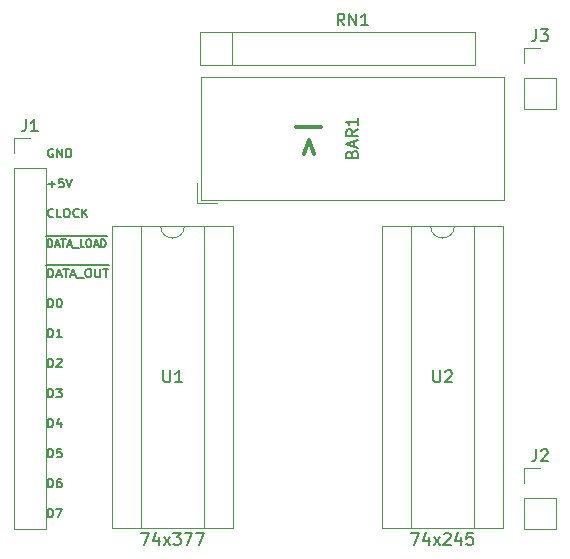
<source format=gto>
G04 #@! TF.GenerationSoftware,KiCad,Pcbnew,(5.1.2)-2*
G04 #@! TF.CreationDate,2019-08-11T20:12:25+02:00*
G04 #@! TF.ProjectId,Register,52656769-7374-4657-922e-6b696361645f,rev?*
G04 #@! TF.SameCoordinates,Original*
G04 #@! TF.FileFunction,Legend,Top*
G04 #@! TF.FilePolarity,Positive*
%FSLAX46Y46*%
G04 Gerber Fmt 4.6, Leading zero omitted, Abs format (unit mm)*
G04 Created by KiCad (PCBNEW (5.1.2)-2) date 2019-08-11 20:12:25*
%MOMM*%
%LPD*%
G04 APERTURE LIST*
%ADD10C,0.300000*%
%ADD11C,0.150000*%
%ADD12C,0.120000*%
G04 APERTURE END LIST*
D10*
X56828571Y-33035714D02*
X57257142Y-31892857D01*
X57685714Y-33035714D01*
X58328571Y-30821428D02*
X56185714Y-30821428D01*
D11*
X35201071Y-63839285D02*
X35201071Y-63089285D01*
X35379642Y-63089285D01*
X35486785Y-63125000D01*
X35558214Y-63196428D01*
X35593928Y-63267857D01*
X35629642Y-63410714D01*
X35629642Y-63517857D01*
X35593928Y-63660714D01*
X35558214Y-63732142D01*
X35486785Y-63803571D01*
X35379642Y-63839285D01*
X35201071Y-63839285D01*
X35879642Y-63089285D02*
X36379642Y-63089285D01*
X36058214Y-63839285D01*
X35201071Y-61299285D02*
X35201071Y-60549285D01*
X35379642Y-60549285D01*
X35486785Y-60585000D01*
X35558214Y-60656428D01*
X35593928Y-60727857D01*
X35629642Y-60870714D01*
X35629642Y-60977857D01*
X35593928Y-61120714D01*
X35558214Y-61192142D01*
X35486785Y-61263571D01*
X35379642Y-61299285D01*
X35201071Y-61299285D01*
X36272500Y-60549285D02*
X36129642Y-60549285D01*
X36058214Y-60585000D01*
X36022500Y-60620714D01*
X35951071Y-60727857D01*
X35915357Y-60870714D01*
X35915357Y-61156428D01*
X35951071Y-61227857D01*
X35986785Y-61263571D01*
X36058214Y-61299285D01*
X36201071Y-61299285D01*
X36272500Y-61263571D01*
X36308214Y-61227857D01*
X36343928Y-61156428D01*
X36343928Y-60977857D01*
X36308214Y-60906428D01*
X36272500Y-60870714D01*
X36201071Y-60835000D01*
X36058214Y-60835000D01*
X35986785Y-60870714D01*
X35951071Y-60906428D01*
X35915357Y-60977857D01*
X35201071Y-58759285D02*
X35201071Y-58009285D01*
X35379642Y-58009285D01*
X35486785Y-58045000D01*
X35558214Y-58116428D01*
X35593928Y-58187857D01*
X35629642Y-58330714D01*
X35629642Y-58437857D01*
X35593928Y-58580714D01*
X35558214Y-58652142D01*
X35486785Y-58723571D01*
X35379642Y-58759285D01*
X35201071Y-58759285D01*
X36308214Y-58009285D02*
X35951071Y-58009285D01*
X35915357Y-58366428D01*
X35951071Y-58330714D01*
X36022500Y-58295000D01*
X36201071Y-58295000D01*
X36272500Y-58330714D01*
X36308214Y-58366428D01*
X36343928Y-58437857D01*
X36343928Y-58616428D01*
X36308214Y-58687857D01*
X36272500Y-58723571D01*
X36201071Y-58759285D01*
X36022500Y-58759285D01*
X35951071Y-58723571D01*
X35915357Y-58687857D01*
X35201071Y-56219285D02*
X35201071Y-55469285D01*
X35379642Y-55469285D01*
X35486785Y-55505000D01*
X35558214Y-55576428D01*
X35593928Y-55647857D01*
X35629642Y-55790714D01*
X35629642Y-55897857D01*
X35593928Y-56040714D01*
X35558214Y-56112142D01*
X35486785Y-56183571D01*
X35379642Y-56219285D01*
X35201071Y-56219285D01*
X36272500Y-55719285D02*
X36272500Y-56219285D01*
X36093928Y-55433571D02*
X35915357Y-55969285D01*
X36379642Y-55969285D01*
X35201071Y-53679285D02*
X35201071Y-52929285D01*
X35379642Y-52929285D01*
X35486785Y-52965000D01*
X35558214Y-53036428D01*
X35593928Y-53107857D01*
X35629642Y-53250714D01*
X35629642Y-53357857D01*
X35593928Y-53500714D01*
X35558214Y-53572142D01*
X35486785Y-53643571D01*
X35379642Y-53679285D01*
X35201071Y-53679285D01*
X35879642Y-52929285D02*
X36343928Y-52929285D01*
X36093928Y-53215000D01*
X36201071Y-53215000D01*
X36272500Y-53250714D01*
X36308214Y-53286428D01*
X36343928Y-53357857D01*
X36343928Y-53536428D01*
X36308214Y-53607857D01*
X36272500Y-53643571D01*
X36201071Y-53679285D01*
X35986785Y-53679285D01*
X35915357Y-53643571D01*
X35879642Y-53607857D01*
X35201071Y-51139285D02*
X35201071Y-50389285D01*
X35379642Y-50389285D01*
X35486785Y-50425000D01*
X35558214Y-50496428D01*
X35593928Y-50567857D01*
X35629642Y-50710714D01*
X35629642Y-50817857D01*
X35593928Y-50960714D01*
X35558214Y-51032142D01*
X35486785Y-51103571D01*
X35379642Y-51139285D01*
X35201071Y-51139285D01*
X35915357Y-50460714D02*
X35951071Y-50425000D01*
X36022500Y-50389285D01*
X36201071Y-50389285D01*
X36272500Y-50425000D01*
X36308214Y-50460714D01*
X36343928Y-50532142D01*
X36343928Y-50603571D01*
X36308214Y-50710714D01*
X35879642Y-51139285D01*
X36343928Y-51139285D01*
X35201071Y-48599285D02*
X35201071Y-47849285D01*
X35379642Y-47849285D01*
X35486785Y-47885000D01*
X35558214Y-47956428D01*
X35593928Y-48027857D01*
X35629642Y-48170714D01*
X35629642Y-48277857D01*
X35593928Y-48420714D01*
X35558214Y-48492142D01*
X35486785Y-48563571D01*
X35379642Y-48599285D01*
X35201071Y-48599285D01*
X36343928Y-48599285D02*
X35915357Y-48599285D01*
X36129642Y-48599285D02*
X36129642Y-47849285D01*
X36058214Y-47956428D01*
X35986785Y-48027857D01*
X35915357Y-48063571D01*
X35201071Y-46059285D02*
X35201071Y-45309285D01*
X35379642Y-45309285D01*
X35486785Y-45345000D01*
X35558214Y-45416428D01*
X35593928Y-45487857D01*
X35629642Y-45630714D01*
X35629642Y-45737857D01*
X35593928Y-45880714D01*
X35558214Y-45952142D01*
X35486785Y-46023571D01*
X35379642Y-46059285D01*
X35201071Y-46059285D01*
X36093928Y-45309285D02*
X36165357Y-45309285D01*
X36236785Y-45345000D01*
X36272500Y-45380714D01*
X36308214Y-45452142D01*
X36343928Y-45595000D01*
X36343928Y-45773571D01*
X36308214Y-45916428D01*
X36272500Y-45987857D01*
X36236785Y-46023571D01*
X36165357Y-46059285D01*
X36093928Y-46059285D01*
X36022500Y-46023571D01*
X35986785Y-45987857D01*
X35951071Y-45916428D01*
X35915357Y-45773571D01*
X35915357Y-45595000D01*
X35951071Y-45452142D01*
X35986785Y-45380714D01*
X36022500Y-45345000D01*
X36093928Y-45309285D01*
X35629642Y-38367857D02*
X35593928Y-38403571D01*
X35486785Y-38439285D01*
X35415357Y-38439285D01*
X35308214Y-38403571D01*
X35236785Y-38332142D01*
X35201071Y-38260714D01*
X35165357Y-38117857D01*
X35165357Y-38010714D01*
X35201071Y-37867857D01*
X35236785Y-37796428D01*
X35308214Y-37725000D01*
X35415357Y-37689285D01*
X35486785Y-37689285D01*
X35593928Y-37725000D01*
X35629642Y-37760714D01*
X36308214Y-38439285D02*
X35951071Y-38439285D01*
X35951071Y-37689285D01*
X36701071Y-37689285D02*
X36843928Y-37689285D01*
X36915357Y-37725000D01*
X36986785Y-37796428D01*
X37022500Y-37939285D01*
X37022500Y-38189285D01*
X36986785Y-38332142D01*
X36915357Y-38403571D01*
X36843928Y-38439285D01*
X36701071Y-38439285D01*
X36629642Y-38403571D01*
X36558214Y-38332142D01*
X36522500Y-38189285D01*
X36522500Y-37939285D01*
X36558214Y-37796428D01*
X36629642Y-37725000D01*
X36701071Y-37689285D01*
X37772500Y-38367857D02*
X37736785Y-38403571D01*
X37629642Y-38439285D01*
X37558214Y-38439285D01*
X37451071Y-38403571D01*
X37379642Y-38332142D01*
X37343928Y-38260714D01*
X37308214Y-38117857D01*
X37308214Y-38010714D01*
X37343928Y-37867857D01*
X37379642Y-37796428D01*
X37451071Y-37725000D01*
X37558214Y-37689285D01*
X37629642Y-37689285D01*
X37736785Y-37725000D01*
X37772500Y-37760714D01*
X38093928Y-38439285D02*
X38093928Y-37689285D01*
X38522500Y-38439285D02*
X38201071Y-38010714D01*
X38522500Y-37689285D02*
X38093928Y-38117857D01*
X35022500Y-39977000D02*
X35672500Y-39977000D01*
X35177261Y-40934047D02*
X35177261Y-40284047D01*
X35332023Y-40284047D01*
X35424880Y-40315000D01*
X35486785Y-40376904D01*
X35517738Y-40438809D01*
X35548690Y-40562619D01*
X35548690Y-40655476D01*
X35517738Y-40779285D01*
X35486785Y-40841190D01*
X35424880Y-40903095D01*
X35332023Y-40934047D01*
X35177261Y-40934047D01*
X35672500Y-39977000D02*
X36229642Y-39977000D01*
X35796309Y-40748333D02*
X36105833Y-40748333D01*
X35734404Y-40934047D02*
X35951071Y-40284047D01*
X36167738Y-40934047D01*
X36229642Y-39977000D02*
X36724880Y-39977000D01*
X36291547Y-40284047D02*
X36662976Y-40284047D01*
X36477261Y-40934047D02*
X36477261Y-40284047D01*
X36724880Y-39977000D02*
X37282023Y-39977000D01*
X36848690Y-40748333D02*
X37158214Y-40748333D01*
X36786785Y-40934047D02*
X37003452Y-40284047D01*
X37220119Y-40934047D01*
X37282023Y-39977000D02*
X37777261Y-39977000D01*
X37282023Y-40995952D02*
X37777261Y-40995952D01*
X37777261Y-39977000D02*
X38303452Y-39977000D01*
X38241547Y-40934047D02*
X37932023Y-40934047D01*
X37932023Y-40284047D01*
X38303452Y-39977000D02*
X38984404Y-39977000D01*
X38582023Y-40284047D02*
X38705833Y-40284047D01*
X38767738Y-40315000D01*
X38829642Y-40376904D01*
X38860595Y-40500714D01*
X38860595Y-40717380D01*
X38829642Y-40841190D01*
X38767738Y-40903095D01*
X38705833Y-40934047D01*
X38582023Y-40934047D01*
X38520119Y-40903095D01*
X38458214Y-40841190D01*
X38427261Y-40717380D01*
X38427261Y-40500714D01*
X38458214Y-40376904D01*
X38520119Y-40315000D01*
X38582023Y-40284047D01*
X38984404Y-39977000D02*
X39541547Y-39977000D01*
X39108214Y-40748333D02*
X39417738Y-40748333D01*
X39046309Y-40934047D02*
X39262976Y-40284047D01*
X39479642Y-40934047D01*
X39541547Y-39977000D02*
X40191547Y-39977000D01*
X39696309Y-40934047D02*
X39696309Y-40284047D01*
X39851071Y-40284047D01*
X39943928Y-40315000D01*
X40005833Y-40376904D01*
X40036785Y-40438809D01*
X40067738Y-40562619D01*
X40067738Y-40655476D01*
X40036785Y-40779285D01*
X40005833Y-40841190D01*
X39943928Y-40903095D01*
X39851071Y-40934047D01*
X39696309Y-40934047D01*
X35022500Y-42445000D02*
X35772500Y-42445000D01*
X35201071Y-43519285D02*
X35201071Y-42769285D01*
X35379642Y-42769285D01*
X35486785Y-42805000D01*
X35558214Y-42876428D01*
X35593928Y-42947857D01*
X35629642Y-43090714D01*
X35629642Y-43197857D01*
X35593928Y-43340714D01*
X35558214Y-43412142D01*
X35486785Y-43483571D01*
X35379642Y-43519285D01*
X35201071Y-43519285D01*
X35772500Y-42445000D02*
X36415357Y-42445000D01*
X35915357Y-43305000D02*
X36272500Y-43305000D01*
X35843928Y-43519285D02*
X36093928Y-42769285D01*
X36343928Y-43519285D01*
X36415357Y-42445000D02*
X36986785Y-42445000D01*
X36486785Y-42769285D02*
X36915357Y-42769285D01*
X36701071Y-43519285D02*
X36701071Y-42769285D01*
X36986785Y-42445000D02*
X37629642Y-42445000D01*
X37129642Y-43305000D02*
X37486785Y-43305000D01*
X37058214Y-43519285D02*
X37308214Y-42769285D01*
X37558214Y-43519285D01*
X37629642Y-42445000D02*
X38201071Y-42445000D01*
X37629642Y-43590714D02*
X38201071Y-43590714D01*
X38201071Y-42445000D02*
X38986785Y-42445000D01*
X38522500Y-42769285D02*
X38665357Y-42769285D01*
X38736785Y-42805000D01*
X38808214Y-42876428D01*
X38843928Y-43019285D01*
X38843928Y-43269285D01*
X38808214Y-43412142D01*
X38736785Y-43483571D01*
X38665357Y-43519285D01*
X38522500Y-43519285D01*
X38451071Y-43483571D01*
X38379642Y-43412142D01*
X38343928Y-43269285D01*
X38343928Y-43019285D01*
X38379642Y-42876428D01*
X38451071Y-42805000D01*
X38522500Y-42769285D01*
X38986785Y-42445000D02*
X39772500Y-42445000D01*
X39165357Y-42769285D02*
X39165357Y-43376428D01*
X39201071Y-43447857D01*
X39236785Y-43483571D01*
X39308214Y-43519285D01*
X39451071Y-43519285D01*
X39522500Y-43483571D01*
X39558214Y-43447857D01*
X39593928Y-43376428D01*
X39593928Y-42769285D01*
X39772500Y-42445000D02*
X40343928Y-42445000D01*
X39843928Y-42769285D02*
X40272500Y-42769285D01*
X40058214Y-43519285D02*
X40058214Y-42769285D01*
X35593928Y-32645000D02*
X35522500Y-32609285D01*
X35415357Y-32609285D01*
X35308214Y-32645000D01*
X35236785Y-32716428D01*
X35201071Y-32787857D01*
X35165357Y-32930714D01*
X35165357Y-33037857D01*
X35201071Y-33180714D01*
X35236785Y-33252142D01*
X35308214Y-33323571D01*
X35415357Y-33359285D01*
X35486785Y-33359285D01*
X35593928Y-33323571D01*
X35629642Y-33287857D01*
X35629642Y-33037857D01*
X35486785Y-33037857D01*
X35951071Y-33359285D02*
X35951071Y-32609285D01*
X36379642Y-33359285D01*
X36379642Y-32609285D01*
X36736785Y-33359285D02*
X36736785Y-32609285D01*
X36915357Y-32609285D01*
X37022500Y-32645000D01*
X37093928Y-32716428D01*
X37129642Y-32787857D01*
X37165357Y-32930714D01*
X37165357Y-33037857D01*
X37129642Y-33180714D01*
X37093928Y-33252142D01*
X37022500Y-33323571D01*
X36915357Y-33359285D01*
X36736785Y-33359285D01*
X35201071Y-35613571D02*
X35772500Y-35613571D01*
X35486785Y-35899285D02*
X35486785Y-35327857D01*
X36486785Y-35149285D02*
X36129642Y-35149285D01*
X36093928Y-35506428D01*
X36129642Y-35470714D01*
X36201071Y-35435000D01*
X36379642Y-35435000D01*
X36451071Y-35470714D01*
X36486785Y-35506428D01*
X36522500Y-35577857D01*
X36522500Y-35756428D01*
X36486785Y-35827857D01*
X36451071Y-35863571D01*
X36379642Y-35899285D01*
X36201071Y-35899285D01*
X36129642Y-35863571D01*
X36093928Y-35827857D01*
X36736785Y-35149285D02*
X36986785Y-35899285D01*
X37236785Y-35149285D01*
D12*
X75505000Y-24070000D02*
X76835000Y-24070000D01*
X75505000Y-25400000D02*
X75505000Y-24070000D01*
X75505000Y-26670000D02*
X78165000Y-26670000D01*
X78165000Y-26670000D02*
X78165000Y-29270000D01*
X75505000Y-26670000D02*
X75505000Y-29270000D01*
X75505000Y-29270000D02*
X78165000Y-29270000D01*
X75505000Y-64830000D02*
X78165000Y-64830000D01*
X75505000Y-62230000D02*
X75505000Y-64830000D01*
X78165000Y-62230000D02*
X78165000Y-64830000D01*
X75505000Y-62230000D02*
X78165000Y-62230000D01*
X75505000Y-60960000D02*
X75505000Y-59630000D01*
X75505000Y-59630000D02*
X76835000Y-59630000D01*
X32325000Y-64830000D02*
X34985000Y-64830000D01*
X32325000Y-34290000D02*
X32325000Y-64830000D01*
X34985000Y-34290000D02*
X34985000Y-64830000D01*
X32325000Y-34290000D02*
X34985000Y-34290000D01*
X32325000Y-33020000D02*
X32325000Y-31690000D01*
X32325000Y-31690000D02*
X33655000Y-31690000D01*
X47830000Y-35560000D02*
X47830000Y-37260000D01*
X47830000Y-37260000D02*
X49530000Y-37260000D01*
X73800000Y-26530000D02*
X73800000Y-36970000D01*
X73800000Y-36970000D02*
X48120000Y-36970000D01*
X48120000Y-36970000D02*
X48120000Y-26530000D01*
X48120000Y-26530000D02*
X73800000Y-26530000D01*
X73720000Y-39123000D02*
X63440000Y-39123000D01*
X73720000Y-64763000D02*
X73720000Y-39123000D01*
X63440000Y-64763000D02*
X73720000Y-64763000D01*
X63440000Y-39123000D02*
X63440000Y-64763000D01*
X71230000Y-39183000D02*
X69580000Y-39183000D01*
X71230000Y-64703000D02*
X71230000Y-39183000D01*
X65930000Y-64703000D02*
X71230000Y-64703000D01*
X65930000Y-39183000D02*
X65930000Y-64703000D01*
X67580000Y-39183000D02*
X65930000Y-39183000D01*
X69580000Y-39183000D02*
G75*
G02X67580000Y-39183000I-1000000J0D01*
G01*
X46720000Y-39183000D02*
G75*
G02X44720000Y-39183000I-1000000J0D01*
G01*
X44720000Y-39183000D02*
X43070000Y-39183000D01*
X43070000Y-39183000D02*
X43070000Y-64703000D01*
X43070000Y-64703000D02*
X48370000Y-64703000D01*
X48370000Y-64703000D02*
X48370000Y-39183000D01*
X48370000Y-39183000D02*
X46720000Y-39183000D01*
X40580000Y-39123000D02*
X40580000Y-64763000D01*
X40580000Y-64763000D02*
X50860000Y-64763000D01*
X50860000Y-64763000D02*
X50860000Y-39123000D01*
X50860000Y-39123000D02*
X40580000Y-39123000D01*
X48090000Y-22730000D02*
X48090000Y-25530000D01*
X48090000Y-25530000D02*
X71290000Y-25530000D01*
X71290000Y-25530000D02*
X71290000Y-22730000D01*
X71290000Y-22730000D02*
X48090000Y-22730000D01*
X50800000Y-22730000D02*
X50800000Y-25530000D01*
D11*
X76501666Y-22522380D02*
X76501666Y-23236666D01*
X76454047Y-23379523D01*
X76358809Y-23474761D01*
X76215952Y-23522380D01*
X76120714Y-23522380D01*
X76882619Y-22522380D02*
X77501666Y-22522380D01*
X77168333Y-22903333D01*
X77311190Y-22903333D01*
X77406428Y-22950952D01*
X77454047Y-22998571D01*
X77501666Y-23093809D01*
X77501666Y-23331904D01*
X77454047Y-23427142D01*
X77406428Y-23474761D01*
X77311190Y-23522380D01*
X77025476Y-23522380D01*
X76930238Y-23474761D01*
X76882619Y-23427142D01*
X76501666Y-58082380D02*
X76501666Y-58796666D01*
X76454047Y-58939523D01*
X76358809Y-59034761D01*
X76215952Y-59082380D01*
X76120714Y-59082380D01*
X76930238Y-58177619D02*
X76977857Y-58130000D01*
X77073095Y-58082380D01*
X77311190Y-58082380D01*
X77406428Y-58130000D01*
X77454047Y-58177619D01*
X77501666Y-58272857D01*
X77501666Y-58368095D01*
X77454047Y-58510952D01*
X76882619Y-59082380D01*
X77501666Y-59082380D01*
X33321666Y-30142380D02*
X33321666Y-30856666D01*
X33274047Y-30999523D01*
X33178809Y-31094761D01*
X33035952Y-31142380D01*
X32940714Y-31142380D01*
X34321666Y-31142380D02*
X33750238Y-31142380D01*
X34035952Y-31142380D02*
X34035952Y-30142380D01*
X33940714Y-30285238D01*
X33845476Y-30380476D01*
X33750238Y-30428095D01*
X60888571Y-33083333D02*
X60936190Y-32940476D01*
X60983809Y-32892857D01*
X61079047Y-32845238D01*
X61221904Y-32845238D01*
X61317142Y-32892857D01*
X61364761Y-32940476D01*
X61412380Y-33035714D01*
X61412380Y-33416666D01*
X60412380Y-33416666D01*
X60412380Y-33083333D01*
X60460000Y-32988095D01*
X60507619Y-32940476D01*
X60602857Y-32892857D01*
X60698095Y-32892857D01*
X60793333Y-32940476D01*
X60840952Y-32988095D01*
X60888571Y-33083333D01*
X60888571Y-33416666D01*
X61126666Y-32464285D02*
X61126666Y-31988095D01*
X61412380Y-32559523D02*
X60412380Y-32226190D01*
X61412380Y-31892857D01*
X61412380Y-30988095D02*
X60936190Y-31321428D01*
X61412380Y-31559523D02*
X60412380Y-31559523D01*
X60412380Y-31178571D01*
X60460000Y-31083333D01*
X60507619Y-31035714D01*
X60602857Y-30988095D01*
X60745714Y-30988095D01*
X60840952Y-31035714D01*
X60888571Y-31083333D01*
X60936190Y-31178571D01*
X60936190Y-31559523D01*
X61412380Y-30035714D02*
X61412380Y-30607142D01*
X61412380Y-30321428D02*
X60412380Y-30321428D01*
X60555238Y-30416666D01*
X60650476Y-30511904D01*
X60698095Y-30607142D01*
X67818095Y-51395380D02*
X67818095Y-52204904D01*
X67865714Y-52300142D01*
X67913333Y-52347761D01*
X68008571Y-52395380D01*
X68199047Y-52395380D01*
X68294285Y-52347761D01*
X68341904Y-52300142D01*
X68389523Y-52204904D01*
X68389523Y-51395380D01*
X68818095Y-51490619D02*
X68865714Y-51443000D01*
X68960952Y-51395380D01*
X69199047Y-51395380D01*
X69294285Y-51443000D01*
X69341904Y-51490619D01*
X69389523Y-51585857D01*
X69389523Y-51681095D01*
X69341904Y-51823952D01*
X68770476Y-52395380D01*
X69389523Y-52395380D01*
X65937142Y-65155380D02*
X66603809Y-65155380D01*
X66175238Y-66155380D01*
X67413333Y-65488714D02*
X67413333Y-66155380D01*
X67175238Y-65107761D02*
X66937142Y-65822047D01*
X67556190Y-65822047D01*
X67841904Y-66155380D02*
X68365714Y-65488714D01*
X67841904Y-65488714D02*
X68365714Y-66155380D01*
X68699047Y-65250619D02*
X68746666Y-65203000D01*
X68841904Y-65155380D01*
X69080000Y-65155380D01*
X69175238Y-65203000D01*
X69222857Y-65250619D01*
X69270476Y-65345857D01*
X69270476Y-65441095D01*
X69222857Y-65583952D01*
X68651428Y-66155380D01*
X69270476Y-66155380D01*
X70127619Y-65488714D02*
X70127619Y-66155380D01*
X69889523Y-65107761D02*
X69651428Y-65822047D01*
X70270476Y-65822047D01*
X71127619Y-65155380D02*
X70651428Y-65155380D01*
X70603809Y-65631571D01*
X70651428Y-65583952D01*
X70746666Y-65536333D01*
X70984761Y-65536333D01*
X71080000Y-65583952D01*
X71127619Y-65631571D01*
X71175238Y-65726809D01*
X71175238Y-65964904D01*
X71127619Y-66060142D01*
X71080000Y-66107761D01*
X70984761Y-66155380D01*
X70746666Y-66155380D01*
X70651428Y-66107761D01*
X70603809Y-66060142D01*
X44958095Y-51395380D02*
X44958095Y-52204904D01*
X45005714Y-52300142D01*
X45053333Y-52347761D01*
X45148571Y-52395380D01*
X45339047Y-52395380D01*
X45434285Y-52347761D01*
X45481904Y-52300142D01*
X45529523Y-52204904D01*
X45529523Y-51395380D01*
X46529523Y-52395380D02*
X45958095Y-52395380D01*
X46243809Y-52395380D02*
X46243809Y-51395380D01*
X46148571Y-51538238D01*
X46053333Y-51633476D01*
X45958095Y-51681095D01*
X43077142Y-65155380D02*
X43743809Y-65155380D01*
X43315238Y-66155380D01*
X44553333Y-65488714D02*
X44553333Y-66155380D01*
X44315238Y-65107761D02*
X44077142Y-65822047D01*
X44696190Y-65822047D01*
X44981904Y-66155380D02*
X45505714Y-65488714D01*
X44981904Y-65488714D02*
X45505714Y-66155380D01*
X45791428Y-65155380D02*
X46410476Y-65155380D01*
X46077142Y-65536333D01*
X46220000Y-65536333D01*
X46315238Y-65583952D01*
X46362857Y-65631571D01*
X46410476Y-65726809D01*
X46410476Y-65964904D01*
X46362857Y-66060142D01*
X46315238Y-66107761D01*
X46220000Y-66155380D01*
X45934285Y-66155380D01*
X45839047Y-66107761D01*
X45791428Y-66060142D01*
X46743809Y-65155380D02*
X47410476Y-65155380D01*
X46981904Y-66155380D01*
X47696190Y-65155380D02*
X48362857Y-65155380D01*
X47934285Y-66155380D01*
X60269523Y-22182380D02*
X59936190Y-21706190D01*
X59698095Y-22182380D02*
X59698095Y-21182380D01*
X60079047Y-21182380D01*
X60174285Y-21230000D01*
X60221904Y-21277619D01*
X60269523Y-21372857D01*
X60269523Y-21515714D01*
X60221904Y-21610952D01*
X60174285Y-21658571D01*
X60079047Y-21706190D01*
X59698095Y-21706190D01*
X60698095Y-22182380D02*
X60698095Y-21182380D01*
X61269523Y-22182380D01*
X61269523Y-21182380D01*
X62269523Y-22182380D02*
X61698095Y-22182380D01*
X61983809Y-22182380D02*
X61983809Y-21182380D01*
X61888571Y-21325238D01*
X61793333Y-21420476D01*
X61698095Y-21468095D01*
M02*

</source>
